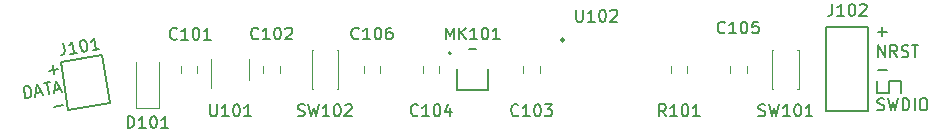
<source format=gto>
G04 #@! TF.GenerationSoftware,KiCad,Pcbnew,(5.0.1)-3*
G04 #@! TF.CreationDate,2020-05-15T20:10:48+09:30*
G04 #@! TF.ProjectId,LED Left Glasses Arm (mcu),4C4544204C65667420476C6173736573,rev?*
G04 #@! TF.SameCoordinates,Original*
G04 #@! TF.FileFunction,Legend,Top*
G04 #@! TF.FilePolarity,Positive*
%FSLAX46Y46*%
G04 Gerber Fmt 4.6, Leading zero omitted, Abs format (unit mm)*
G04 Created by KiCad (PCBNEW (5.0.1)-3) date 15/05/2020 8:10:48 PM*
%MOMM*%
%LPD*%
G01*
G04 APERTURE LIST*
%ADD10C,0.150000*%
%ADD11C,0.120000*%
%ADD12C,0.127000*%
%ADD13C,0.200000*%
%ADD14C,0.250000*%
G04 APERTURE END LIST*
D10*
X84078038Y-95145979D02*
X84830141Y-95024165D01*
X83678038Y-92095979D02*
X84430141Y-91974165D01*
X84114997Y-92411124D02*
X83993182Y-91659020D01*
X81654640Y-94429860D02*
X81494758Y-93442724D01*
X81729791Y-93404657D01*
X81878424Y-93428823D01*
X81987664Y-93507609D01*
X82049897Y-93594009D01*
X82127357Y-93774422D01*
X82150197Y-93915441D01*
X82133644Y-94111080D01*
X82101864Y-94212707D01*
X82023078Y-94321946D01*
X81889672Y-94391793D01*
X81654640Y-94429860D01*
X82549089Y-93995553D02*
X83019154Y-93919419D01*
X82500756Y-94292819D02*
X82669921Y-93252389D01*
X83158847Y-94186232D01*
X83186992Y-93168642D02*
X83751070Y-93077281D01*
X83628912Y-94110098D02*
X83469031Y-93122961D01*
X84147310Y-93736698D02*
X84617375Y-93660564D01*
X84098977Y-94033964D02*
X84268141Y-92993534D01*
X84757068Y-93927376D01*
X155750000Y-93000000D02*
X155750000Y-94000000D01*
X154750000Y-93000000D02*
X155750000Y-93000000D01*
X154750000Y-94000000D02*
X154750000Y-93000000D01*
X153750000Y-94000000D02*
X154750000Y-94000000D01*
X153750000Y-93000000D02*
X153750000Y-94000000D01*
X153787976Y-95404761D02*
X153930833Y-95452380D01*
X154168928Y-95452380D01*
X154264166Y-95404761D01*
X154311785Y-95357142D01*
X154359404Y-95261904D01*
X154359404Y-95166666D01*
X154311785Y-95071428D01*
X154264166Y-95023809D01*
X154168928Y-94976190D01*
X153978452Y-94928571D01*
X153883214Y-94880952D01*
X153835595Y-94833333D01*
X153787976Y-94738095D01*
X153787976Y-94642857D01*
X153835595Y-94547619D01*
X153883214Y-94500000D01*
X153978452Y-94452380D01*
X154216547Y-94452380D01*
X154359404Y-94500000D01*
X154692738Y-94452380D02*
X154930833Y-95452380D01*
X155121309Y-94738095D01*
X155311785Y-95452380D01*
X155549880Y-94452380D01*
X155930833Y-95452380D02*
X155930833Y-94452380D01*
X156168928Y-94452380D01*
X156311785Y-94500000D01*
X156407023Y-94595238D01*
X156454642Y-94690476D01*
X156502261Y-94880952D01*
X156502261Y-95023809D01*
X156454642Y-95214285D01*
X156407023Y-95309523D01*
X156311785Y-95404761D01*
X156168928Y-95452380D01*
X155930833Y-95452380D01*
X156930833Y-95452380D02*
X156930833Y-94452380D01*
X157597500Y-94452380D02*
X157787976Y-94452380D01*
X157883214Y-94500000D01*
X157978452Y-94595238D01*
X158026071Y-94785714D01*
X158026071Y-95119047D01*
X157978452Y-95309523D01*
X157883214Y-95404761D01*
X157787976Y-95452380D01*
X157597500Y-95452380D01*
X157502261Y-95404761D01*
X157407023Y-95309523D01*
X157359404Y-95119047D01*
X157359404Y-94785714D01*
X157407023Y-94595238D01*
X157502261Y-94500000D01*
X157597500Y-94452380D01*
X153835595Y-92071428D02*
X154597500Y-92071428D01*
X153835595Y-90952380D02*
X153835595Y-89952380D01*
X154407023Y-90952380D01*
X154407023Y-89952380D01*
X155454642Y-90952380D02*
X155121309Y-90476190D01*
X154883214Y-90952380D02*
X154883214Y-89952380D01*
X155264166Y-89952380D01*
X155359404Y-90000000D01*
X155407023Y-90047619D01*
X155454642Y-90142857D01*
X155454642Y-90285714D01*
X155407023Y-90380952D01*
X155359404Y-90428571D01*
X155264166Y-90476190D01*
X154883214Y-90476190D01*
X155835595Y-90904761D02*
X155978452Y-90952380D01*
X156216547Y-90952380D01*
X156311785Y-90904761D01*
X156359404Y-90857142D01*
X156407023Y-90761904D01*
X156407023Y-90666666D01*
X156359404Y-90571428D01*
X156311785Y-90523809D01*
X156216547Y-90476190D01*
X156026071Y-90428571D01*
X155930833Y-90380952D01*
X155883214Y-90333333D01*
X155835595Y-90238095D01*
X155835595Y-90142857D01*
X155883214Y-90047619D01*
X155930833Y-90000000D01*
X156026071Y-89952380D01*
X156264166Y-89952380D01*
X156407023Y-90000000D01*
X156692738Y-89952380D02*
X157264166Y-89952380D01*
X156978452Y-90952380D02*
X156978452Y-89952380D01*
X153835595Y-88821428D02*
X154597500Y-88821428D01*
X154216547Y-89202380D02*
X154216547Y-88440476D01*
D11*
G04 #@! TO.C,SW102*
X105880000Y-93620000D02*
X105880000Y-90380000D01*
X105880000Y-90380000D02*
X105980000Y-90380000D01*
X105880000Y-93620000D02*
X105980000Y-93620000D01*
X108120000Y-93620000D02*
X108120000Y-90380000D01*
X108020000Y-90380000D02*
X108120000Y-90380000D01*
X108020000Y-93620000D02*
X108120000Y-93620000D01*
G04 #@! TO.C,C106*
X111710000Y-91738748D02*
X111710000Y-92261252D01*
X110290000Y-91738748D02*
X110290000Y-92261252D01*
G04 #@! TO.C,SW101*
X147120000Y-90380000D02*
X147120000Y-93620000D01*
X147120000Y-93620000D02*
X147020000Y-93620000D01*
X147120000Y-90380000D02*
X147020000Y-90380000D01*
X144880000Y-90380000D02*
X144880000Y-93620000D01*
X144980000Y-93620000D02*
X144880000Y-93620000D01*
X144980000Y-90380000D02*
X144880000Y-90380000D01*
D10*
G04 #@! TO.C,J102*
X153028000Y-88444000D02*
X149472000Y-88444000D01*
X153028000Y-95556000D02*
X153028000Y-88444000D01*
X149472000Y-95556000D02*
X153028000Y-95556000D01*
X149472000Y-88444000D02*
X149472000Y-95556000D01*
D12*
G04 #@! TO.C,MK101*
X119800000Y-90250000D02*
X119200000Y-90250000D01*
X120825000Y-93750000D02*
X120825000Y-91950000D01*
X118175000Y-93750000D02*
X120825000Y-93750000D01*
X118175000Y-91950000D02*
X118175000Y-93750000D01*
D13*
X117700000Y-90623000D02*
G75*
G03X117700000Y-90623000I-100000J0D01*
G01*
D10*
G04 #@! TO.C,J101*
X88146593Y-90807229D02*
X84636834Y-91378830D01*
X88799851Y-94818382D02*
X88146593Y-90807229D01*
X85290092Y-95389983D02*
X88799851Y-94818382D01*
X84636834Y-91378830D02*
X85290092Y-95389983D01*
D14*
G04 #@! TO.C,U102*
X127250000Y-89500000D02*
G75*
G03X127250000Y-89500000I-125000J0D01*
G01*
D11*
G04 #@! TO.C,C105*
X141290000Y-92261252D02*
X141290000Y-91738748D01*
X142710000Y-92261252D02*
X142710000Y-91738748D01*
G04 #@! TO.C,C104*
X115290000Y-91738748D02*
X115290000Y-92261252D01*
X116710000Y-91738748D02*
X116710000Y-92261252D01*
G04 #@! TO.C,C103*
X123790000Y-92261252D02*
X123790000Y-91738748D01*
X125210000Y-92261252D02*
X125210000Y-91738748D01*
G04 #@! TO.C,C102*
X103210000Y-92261252D02*
X103210000Y-91738748D01*
X101790000Y-92261252D02*
X101790000Y-91738748D01*
G04 #@! TO.C,C101*
X96210000Y-91738748D02*
X96210000Y-92261252D01*
X94790000Y-91738748D02*
X94790000Y-92261252D01*
G04 #@! TO.C,D101*
X91000000Y-95250000D02*
X93000000Y-95250000D01*
X93000000Y-95250000D02*
X93000000Y-91350000D01*
X91000000Y-95250000D02*
X91000000Y-91350000D01*
G04 #@! TO.C,U101*
X100610000Y-92900000D02*
X100610000Y-91100000D01*
X97390000Y-91100000D02*
X97390000Y-93550000D01*
G04 #@! TO.C,R101*
X136290000Y-91738748D02*
X136290000Y-92261252D01*
X137710000Y-91738748D02*
X137710000Y-92261252D01*
G04 #@! TO.C,SW102*
D10*
X104714285Y-95904761D02*
X104857142Y-95952380D01*
X105095238Y-95952380D01*
X105190476Y-95904761D01*
X105238095Y-95857142D01*
X105285714Y-95761904D01*
X105285714Y-95666666D01*
X105238095Y-95571428D01*
X105190476Y-95523809D01*
X105095238Y-95476190D01*
X104904761Y-95428571D01*
X104809523Y-95380952D01*
X104761904Y-95333333D01*
X104714285Y-95238095D01*
X104714285Y-95142857D01*
X104761904Y-95047619D01*
X104809523Y-95000000D01*
X104904761Y-94952380D01*
X105142857Y-94952380D01*
X105285714Y-95000000D01*
X105619047Y-94952380D02*
X105857142Y-95952380D01*
X106047619Y-95238095D01*
X106238095Y-95952380D01*
X106476190Y-94952380D01*
X107380952Y-95952380D02*
X106809523Y-95952380D01*
X107095238Y-95952380D02*
X107095238Y-94952380D01*
X107000000Y-95095238D01*
X106904761Y-95190476D01*
X106809523Y-95238095D01*
X108000000Y-94952380D02*
X108095238Y-94952380D01*
X108190476Y-95000000D01*
X108238095Y-95047619D01*
X108285714Y-95142857D01*
X108333333Y-95333333D01*
X108333333Y-95571428D01*
X108285714Y-95761904D01*
X108238095Y-95857142D01*
X108190476Y-95904761D01*
X108095238Y-95952380D01*
X108000000Y-95952380D01*
X107904761Y-95904761D01*
X107857142Y-95857142D01*
X107809523Y-95761904D01*
X107761904Y-95571428D01*
X107761904Y-95333333D01*
X107809523Y-95142857D01*
X107857142Y-95047619D01*
X107904761Y-95000000D01*
X108000000Y-94952380D01*
X108714285Y-95047619D02*
X108761904Y-95000000D01*
X108857142Y-94952380D01*
X109095238Y-94952380D01*
X109190476Y-95000000D01*
X109238095Y-95047619D01*
X109285714Y-95142857D01*
X109285714Y-95238095D01*
X109238095Y-95380952D01*
X108666666Y-95952380D01*
X109285714Y-95952380D01*
G04 #@! TO.C,C106*
X109880952Y-89357142D02*
X109833333Y-89404761D01*
X109690476Y-89452380D01*
X109595238Y-89452380D01*
X109452380Y-89404761D01*
X109357142Y-89309523D01*
X109309523Y-89214285D01*
X109261904Y-89023809D01*
X109261904Y-88880952D01*
X109309523Y-88690476D01*
X109357142Y-88595238D01*
X109452380Y-88500000D01*
X109595238Y-88452380D01*
X109690476Y-88452380D01*
X109833333Y-88500000D01*
X109880952Y-88547619D01*
X110833333Y-89452380D02*
X110261904Y-89452380D01*
X110547619Y-89452380D02*
X110547619Y-88452380D01*
X110452380Y-88595238D01*
X110357142Y-88690476D01*
X110261904Y-88738095D01*
X111452380Y-88452380D02*
X111547619Y-88452380D01*
X111642857Y-88500000D01*
X111690476Y-88547619D01*
X111738095Y-88642857D01*
X111785714Y-88833333D01*
X111785714Y-89071428D01*
X111738095Y-89261904D01*
X111690476Y-89357142D01*
X111642857Y-89404761D01*
X111547619Y-89452380D01*
X111452380Y-89452380D01*
X111357142Y-89404761D01*
X111309523Y-89357142D01*
X111261904Y-89261904D01*
X111214285Y-89071428D01*
X111214285Y-88833333D01*
X111261904Y-88642857D01*
X111309523Y-88547619D01*
X111357142Y-88500000D01*
X111452380Y-88452380D01*
X112642857Y-88452380D02*
X112452380Y-88452380D01*
X112357142Y-88500000D01*
X112309523Y-88547619D01*
X112214285Y-88690476D01*
X112166666Y-88880952D01*
X112166666Y-89261904D01*
X112214285Y-89357142D01*
X112261904Y-89404761D01*
X112357142Y-89452380D01*
X112547619Y-89452380D01*
X112642857Y-89404761D01*
X112690476Y-89357142D01*
X112738095Y-89261904D01*
X112738095Y-89023809D01*
X112690476Y-88928571D01*
X112642857Y-88880952D01*
X112547619Y-88833333D01*
X112357142Y-88833333D01*
X112261904Y-88880952D01*
X112214285Y-88928571D01*
X112166666Y-89023809D01*
G04 #@! TO.C,SW101*
X143714285Y-95904761D02*
X143857142Y-95952380D01*
X144095238Y-95952380D01*
X144190476Y-95904761D01*
X144238095Y-95857142D01*
X144285714Y-95761904D01*
X144285714Y-95666666D01*
X144238095Y-95571428D01*
X144190476Y-95523809D01*
X144095238Y-95476190D01*
X143904761Y-95428571D01*
X143809523Y-95380952D01*
X143761904Y-95333333D01*
X143714285Y-95238095D01*
X143714285Y-95142857D01*
X143761904Y-95047619D01*
X143809523Y-95000000D01*
X143904761Y-94952380D01*
X144142857Y-94952380D01*
X144285714Y-95000000D01*
X144619047Y-94952380D02*
X144857142Y-95952380D01*
X145047619Y-95238095D01*
X145238095Y-95952380D01*
X145476190Y-94952380D01*
X146380952Y-95952380D02*
X145809523Y-95952380D01*
X146095238Y-95952380D02*
X146095238Y-94952380D01*
X146000000Y-95095238D01*
X145904761Y-95190476D01*
X145809523Y-95238095D01*
X147000000Y-94952380D02*
X147095238Y-94952380D01*
X147190476Y-95000000D01*
X147238095Y-95047619D01*
X147285714Y-95142857D01*
X147333333Y-95333333D01*
X147333333Y-95571428D01*
X147285714Y-95761904D01*
X147238095Y-95857142D01*
X147190476Y-95904761D01*
X147095238Y-95952380D01*
X147000000Y-95952380D01*
X146904761Y-95904761D01*
X146857142Y-95857142D01*
X146809523Y-95761904D01*
X146761904Y-95571428D01*
X146761904Y-95333333D01*
X146809523Y-95142857D01*
X146857142Y-95047619D01*
X146904761Y-95000000D01*
X147000000Y-94952380D01*
X148285714Y-95952380D02*
X147714285Y-95952380D01*
X148000000Y-95952380D02*
X148000000Y-94952380D01*
X147904761Y-95095238D01*
X147809523Y-95190476D01*
X147714285Y-95238095D01*
G04 #@! TO.C,J102*
X149964285Y-86452380D02*
X149964285Y-87166666D01*
X149916666Y-87309523D01*
X149821428Y-87404761D01*
X149678571Y-87452380D01*
X149583333Y-87452380D01*
X150964285Y-87452380D02*
X150392857Y-87452380D01*
X150678571Y-87452380D02*
X150678571Y-86452380D01*
X150583333Y-86595238D01*
X150488095Y-86690476D01*
X150392857Y-86738095D01*
X151583333Y-86452380D02*
X151678571Y-86452380D01*
X151773809Y-86500000D01*
X151821428Y-86547619D01*
X151869047Y-86642857D01*
X151916666Y-86833333D01*
X151916666Y-87071428D01*
X151869047Y-87261904D01*
X151821428Y-87357142D01*
X151773809Y-87404761D01*
X151678571Y-87452380D01*
X151583333Y-87452380D01*
X151488095Y-87404761D01*
X151440476Y-87357142D01*
X151392857Y-87261904D01*
X151345238Y-87071428D01*
X151345238Y-86833333D01*
X151392857Y-86642857D01*
X151440476Y-86547619D01*
X151488095Y-86500000D01*
X151583333Y-86452380D01*
X152297619Y-86547619D02*
X152345238Y-86500000D01*
X152440476Y-86452380D01*
X152678571Y-86452380D01*
X152773809Y-86500000D01*
X152821428Y-86547619D01*
X152869047Y-86642857D01*
X152869047Y-86738095D01*
X152821428Y-86880952D01*
X152250000Y-87452380D01*
X152869047Y-87452380D01*
G04 #@! TO.C,MK101*
X117238095Y-89452380D02*
X117238095Y-88452380D01*
X117571428Y-89166666D01*
X117904761Y-88452380D01*
X117904761Y-89452380D01*
X118380952Y-89452380D02*
X118380952Y-88452380D01*
X118952380Y-89452380D02*
X118523809Y-88880952D01*
X118952380Y-88452380D02*
X118380952Y-89023809D01*
X119904761Y-89452380D02*
X119333333Y-89452380D01*
X119619047Y-89452380D02*
X119619047Y-88452380D01*
X119523809Y-88595238D01*
X119428571Y-88690476D01*
X119333333Y-88738095D01*
X120523809Y-88452380D02*
X120619047Y-88452380D01*
X120714285Y-88500000D01*
X120761904Y-88547619D01*
X120809523Y-88642857D01*
X120857142Y-88833333D01*
X120857142Y-89071428D01*
X120809523Y-89261904D01*
X120761904Y-89357142D01*
X120714285Y-89404761D01*
X120619047Y-89452380D01*
X120523809Y-89452380D01*
X120428571Y-89404761D01*
X120380952Y-89357142D01*
X120333333Y-89261904D01*
X120285714Y-89071428D01*
X120285714Y-88833333D01*
X120333333Y-88642857D01*
X120380952Y-88547619D01*
X120428571Y-88500000D01*
X120523809Y-88452380D01*
X121809523Y-89452380D02*
X121238095Y-89452380D01*
X121523809Y-89452380D02*
X121523809Y-88452380D01*
X121428571Y-88595238D01*
X121333333Y-88690476D01*
X121238095Y-88738095D01*
G04 #@! TO.C,J101*
X84871377Y-89756412D02*
X84986194Y-90461409D01*
X84962157Y-90610063D01*
X84883466Y-90719371D01*
X84750121Y-90789334D01*
X84656121Y-90804643D01*
X86019116Y-90582665D02*
X85455118Y-90674518D01*
X85737117Y-90628592D02*
X85576375Y-89641595D01*
X85505338Y-89797904D01*
X85426648Y-89907212D01*
X85340302Y-89969521D01*
X86469372Y-89496162D02*
X86563371Y-89480853D01*
X86665025Y-89512544D01*
X86719680Y-89551889D01*
X86781988Y-89638234D01*
X86859606Y-89818579D01*
X86897878Y-90053579D01*
X86881495Y-90249232D01*
X86849804Y-90350886D01*
X86810459Y-90405541D01*
X86724114Y-90467849D01*
X86630114Y-90483158D01*
X86528460Y-90451467D01*
X86473806Y-90412122D01*
X86411497Y-90325776D01*
X86333880Y-90145431D01*
X86295608Y-89910432D01*
X86311990Y-89714779D01*
X86343681Y-89613125D01*
X86383026Y-89558470D01*
X86469372Y-89496162D01*
X87899109Y-90276489D02*
X87335112Y-90368342D01*
X87617111Y-90322415D02*
X87456368Y-89335419D01*
X87385332Y-89491727D01*
X87306641Y-89601036D01*
X87220295Y-89663344D01*
G04 #@! TO.C,U102*
X128285714Y-86952380D02*
X128285714Y-87761904D01*
X128333333Y-87857142D01*
X128380952Y-87904761D01*
X128476190Y-87952380D01*
X128666666Y-87952380D01*
X128761904Y-87904761D01*
X128809523Y-87857142D01*
X128857142Y-87761904D01*
X128857142Y-86952380D01*
X129857142Y-87952380D02*
X129285714Y-87952380D01*
X129571428Y-87952380D02*
X129571428Y-86952380D01*
X129476190Y-87095238D01*
X129380952Y-87190476D01*
X129285714Y-87238095D01*
X130476190Y-86952380D02*
X130571428Y-86952380D01*
X130666666Y-87000000D01*
X130714285Y-87047619D01*
X130761904Y-87142857D01*
X130809523Y-87333333D01*
X130809523Y-87571428D01*
X130761904Y-87761904D01*
X130714285Y-87857142D01*
X130666666Y-87904761D01*
X130571428Y-87952380D01*
X130476190Y-87952380D01*
X130380952Y-87904761D01*
X130333333Y-87857142D01*
X130285714Y-87761904D01*
X130238095Y-87571428D01*
X130238095Y-87333333D01*
X130285714Y-87142857D01*
X130333333Y-87047619D01*
X130380952Y-87000000D01*
X130476190Y-86952380D01*
X131190476Y-87047619D02*
X131238095Y-87000000D01*
X131333333Y-86952380D01*
X131571428Y-86952380D01*
X131666666Y-87000000D01*
X131714285Y-87047619D01*
X131761904Y-87142857D01*
X131761904Y-87238095D01*
X131714285Y-87380952D01*
X131142857Y-87952380D01*
X131761904Y-87952380D01*
G04 #@! TO.C,C105*
X140880952Y-88857142D02*
X140833333Y-88904761D01*
X140690476Y-88952380D01*
X140595238Y-88952380D01*
X140452380Y-88904761D01*
X140357142Y-88809523D01*
X140309523Y-88714285D01*
X140261904Y-88523809D01*
X140261904Y-88380952D01*
X140309523Y-88190476D01*
X140357142Y-88095238D01*
X140452380Y-88000000D01*
X140595238Y-87952380D01*
X140690476Y-87952380D01*
X140833333Y-88000000D01*
X140880952Y-88047619D01*
X141833333Y-88952380D02*
X141261904Y-88952380D01*
X141547619Y-88952380D02*
X141547619Y-87952380D01*
X141452380Y-88095238D01*
X141357142Y-88190476D01*
X141261904Y-88238095D01*
X142452380Y-87952380D02*
X142547619Y-87952380D01*
X142642857Y-88000000D01*
X142690476Y-88047619D01*
X142738095Y-88142857D01*
X142785714Y-88333333D01*
X142785714Y-88571428D01*
X142738095Y-88761904D01*
X142690476Y-88857142D01*
X142642857Y-88904761D01*
X142547619Y-88952380D01*
X142452380Y-88952380D01*
X142357142Y-88904761D01*
X142309523Y-88857142D01*
X142261904Y-88761904D01*
X142214285Y-88571428D01*
X142214285Y-88333333D01*
X142261904Y-88142857D01*
X142309523Y-88047619D01*
X142357142Y-88000000D01*
X142452380Y-87952380D01*
X143690476Y-87952380D02*
X143214285Y-87952380D01*
X143166666Y-88428571D01*
X143214285Y-88380952D01*
X143309523Y-88333333D01*
X143547619Y-88333333D01*
X143642857Y-88380952D01*
X143690476Y-88428571D01*
X143738095Y-88523809D01*
X143738095Y-88761904D01*
X143690476Y-88857142D01*
X143642857Y-88904761D01*
X143547619Y-88952380D01*
X143309523Y-88952380D01*
X143214285Y-88904761D01*
X143166666Y-88857142D01*
G04 #@! TO.C,C104*
X114880952Y-95857142D02*
X114833333Y-95904761D01*
X114690476Y-95952380D01*
X114595238Y-95952380D01*
X114452380Y-95904761D01*
X114357142Y-95809523D01*
X114309523Y-95714285D01*
X114261904Y-95523809D01*
X114261904Y-95380952D01*
X114309523Y-95190476D01*
X114357142Y-95095238D01*
X114452380Y-95000000D01*
X114595238Y-94952380D01*
X114690476Y-94952380D01*
X114833333Y-95000000D01*
X114880952Y-95047619D01*
X115833333Y-95952380D02*
X115261904Y-95952380D01*
X115547619Y-95952380D02*
X115547619Y-94952380D01*
X115452380Y-95095238D01*
X115357142Y-95190476D01*
X115261904Y-95238095D01*
X116452380Y-94952380D02*
X116547619Y-94952380D01*
X116642857Y-95000000D01*
X116690476Y-95047619D01*
X116738095Y-95142857D01*
X116785714Y-95333333D01*
X116785714Y-95571428D01*
X116738095Y-95761904D01*
X116690476Y-95857142D01*
X116642857Y-95904761D01*
X116547619Y-95952380D01*
X116452380Y-95952380D01*
X116357142Y-95904761D01*
X116309523Y-95857142D01*
X116261904Y-95761904D01*
X116214285Y-95571428D01*
X116214285Y-95333333D01*
X116261904Y-95142857D01*
X116309523Y-95047619D01*
X116357142Y-95000000D01*
X116452380Y-94952380D01*
X117642857Y-95285714D02*
X117642857Y-95952380D01*
X117404761Y-94904761D02*
X117166666Y-95619047D01*
X117785714Y-95619047D01*
G04 #@! TO.C,C103*
X123380952Y-95857142D02*
X123333333Y-95904761D01*
X123190476Y-95952380D01*
X123095238Y-95952380D01*
X122952380Y-95904761D01*
X122857142Y-95809523D01*
X122809523Y-95714285D01*
X122761904Y-95523809D01*
X122761904Y-95380952D01*
X122809523Y-95190476D01*
X122857142Y-95095238D01*
X122952380Y-95000000D01*
X123095238Y-94952380D01*
X123190476Y-94952380D01*
X123333333Y-95000000D01*
X123380952Y-95047619D01*
X124333333Y-95952380D02*
X123761904Y-95952380D01*
X124047619Y-95952380D02*
X124047619Y-94952380D01*
X123952380Y-95095238D01*
X123857142Y-95190476D01*
X123761904Y-95238095D01*
X124952380Y-94952380D02*
X125047619Y-94952380D01*
X125142857Y-95000000D01*
X125190476Y-95047619D01*
X125238095Y-95142857D01*
X125285714Y-95333333D01*
X125285714Y-95571428D01*
X125238095Y-95761904D01*
X125190476Y-95857142D01*
X125142857Y-95904761D01*
X125047619Y-95952380D01*
X124952380Y-95952380D01*
X124857142Y-95904761D01*
X124809523Y-95857142D01*
X124761904Y-95761904D01*
X124714285Y-95571428D01*
X124714285Y-95333333D01*
X124761904Y-95142857D01*
X124809523Y-95047619D01*
X124857142Y-95000000D01*
X124952380Y-94952380D01*
X125619047Y-94952380D02*
X126238095Y-94952380D01*
X125904761Y-95333333D01*
X126047619Y-95333333D01*
X126142857Y-95380952D01*
X126190476Y-95428571D01*
X126238095Y-95523809D01*
X126238095Y-95761904D01*
X126190476Y-95857142D01*
X126142857Y-95904761D01*
X126047619Y-95952380D01*
X125761904Y-95952380D01*
X125666666Y-95904761D01*
X125619047Y-95857142D01*
G04 #@! TO.C,C102*
X101380952Y-89357142D02*
X101333333Y-89404761D01*
X101190476Y-89452380D01*
X101095238Y-89452380D01*
X100952380Y-89404761D01*
X100857142Y-89309523D01*
X100809523Y-89214285D01*
X100761904Y-89023809D01*
X100761904Y-88880952D01*
X100809523Y-88690476D01*
X100857142Y-88595238D01*
X100952380Y-88500000D01*
X101095238Y-88452380D01*
X101190476Y-88452380D01*
X101333333Y-88500000D01*
X101380952Y-88547619D01*
X102333333Y-89452380D02*
X101761904Y-89452380D01*
X102047619Y-89452380D02*
X102047619Y-88452380D01*
X101952380Y-88595238D01*
X101857142Y-88690476D01*
X101761904Y-88738095D01*
X102952380Y-88452380D02*
X103047619Y-88452380D01*
X103142857Y-88500000D01*
X103190476Y-88547619D01*
X103238095Y-88642857D01*
X103285714Y-88833333D01*
X103285714Y-89071428D01*
X103238095Y-89261904D01*
X103190476Y-89357142D01*
X103142857Y-89404761D01*
X103047619Y-89452380D01*
X102952380Y-89452380D01*
X102857142Y-89404761D01*
X102809523Y-89357142D01*
X102761904Y-89261904D01*
X102714285Y-89071428D01*
X102714285Y-88833333D01*
X102761904Y-88642857D01*
X102809523Y-88547619D01*
X102857142Y-88500000D01*
X102952380Y-88452380D01*
X103666666Y-88547619D02*
X103714285Y-88500000D01*
X103809523Y-88452380D01*
X104047619Y-88452380D01*
X104142857Y-88500000D01*
X104190476Y-88547619D01*
X104238095Y-88642857D01*
X104238095Y-88738095D01*
X104190476Y-88880952D01*
X103619047Y-89452380D01*
X104238095Y-89452380D01*
G04 #@! TO.C,C101*
X94480952Y-89385943D02*
X94433333Y-89433562D01*
X94290476Y-89481181D01*
X94195238Y-89481181D01*
X94052380Y-89433562D01*
X93957142Y-89338324D01*
X93909523Y-89243086D01*
X93861904Y-89052610D01*
X93861904Y-88909753D01*
X93909523Y-88719277D01*
X93957142Y-88624039D01*
X94052380Y-88528801D01*
X94195238Y-88481181D01*
X94290476Y-88481181D01*
X94433333Y-88528801D01*
X94480952Y-88576420D01*
X95433333Y-89481181D02*
X94861904Y-89481181D01*
X95147619Y-89481181D02*
X95147619Y-88481181D01*
X95052380Y-88624039D01*
X94957142Y-88719277D01*
X94861904Y-88766896D01*
X96052380Y-88481181D02*
X96147619Y-88481181D01*
X96242857Y-88528801D01*
X96290476Y-88576420D01*
X96338095Y-88671658D01*
X96385714Y-88862134D01*
X96385714Y-89100229D01*
X96338095Y-89290705D01*
X96290476Y-89385943D01*
X96242857Y-89433562D01*
X96147619Y-89481181D01*
X96052380Y-89481181D01*
X95957142Y-89433562D01*
X95909523Y-89385943D01*
X95861904Y-89290705D01*
X95814285Y-89100229D01*
X95814285Y-88862134D01*
X95861904Y-88671658D01*
X95909523Y-88576420D01*
X95957142Y-88528801D01*
X96052380Y-88481181D01*
X97338095Y-89481181D02*
X96766666Y-89481181D01*
X97052380Y-89481181D02*
X97052380Y-88481181D01*
X96957142Y-88624039D01*
X96861904Y-88719277D01*
X96766666Y-88766896D01*
G04 #@! TO.C,D101*
X90309523Y-96952380D02*
X90309523Y-95952380D01*
X90547619Y-95952380D01*
X90690476Y-96000000D01*
X90785714Y-96095238D01*
X90833333Y-96190476D01*
X90880952Y-96380952D01*
X90880952Y-96523809D01*
X90833333Y-96714285D01*
X90785714Y-96809523D01*
X90690476Y-96904761D01*
X90547619Y-96952380D01*
X90309523Y-96952380D01*
X91833333Y-96952380D02*
X91261904Y-96952380D01*
X91547619Y-96952380D02*
X91547619Y-95952380D01*
X91452380Y-96095238D01*
X91357142Y-96190476D01*
X91261904Y-96238095D01*
X92452380Y-95952380D02*
X92547619Y-95952380D01*
X92642857Y-96000000D01*
X92690476Y-96047619D01*
X92738095Y-96142857D01*
X92785714Y-96333333D01*
X92785714Y-96571428D01*
X92738095Y-96761904D01*
X92690476Y-96857142D01*
X92642857Y-96904761D01*
X92547619Y-96952380D01*
X92452380Y-96952380D01*
X92357142Y-96904761D01*
X92309523Y-96857142D01*
X92261904Y-96761904D01*
X92214285Y-96571428D01*
X92214285Y-96333333D01*
X92261904Y-96142857D01*
X92309523Y-96047619D01*
X92357142Y-96000000D01*
X92452380Y-95952380D01*
X93738095Y-96952380D02*
X93166666Y-96952380D01*
X93452380Y-96952380D02*
X93452380Y-95952380D01*
X93357142Y-96095238D01*
X93261904Y-96190476D01*
X93166666Y-96238095D01*
G04 #@! TO.C,U101*
X97285714Y-94952380D02*
X97285714Y-95761904D01*
X97333333Y-95857142D01*
X97380952Y-95904761D01*
X97476190Y-95952380D01*
X97666666Y-95952380D01*
X97761904Y-95904761D01*
X97809523Y-95857142D01*
X97857142Y-95761904D01*
X97857142Y-94952380D01*
X98857142Y-95952380D02*
X98285714Y-95952380D01*
X98571428Y-95952380D02*
X98571428Y-94952380D01*
X98476190Y-95095238D01*
X98380952Y-95190476D01*
X98285714Y-95238095D01*
X99476190Y-94952380D02*
X99571428Y-94952380D01*
X99666666Y-95000000D01*
X99714285Y-95047619D01*
X99761904Y-95142857D01*
X99809523Y-95333333D01*
X99809523Y-95571428D01*
X99761904Y-95761904D01*
X99714285Y-95857142D01*
X99666666Y-95904761D01*
X99571428Y-95952380D01*
X99476190Y-95952380D01*
X99380952Y-95904761D01*
X99333333Y-95857142D01*
X99285714Y-95761904D01*
X99238095Y-95571428D01*
X99238095Y-95333333D01*
X99285714Y-95142857D01*
X99333333Y-95047619D01*
X99380952Y-95000000D01*
X99476190Y-94952380D01*
X100761904Y-95952380D02*
X100190476Y-95952380D01*
X100476190Y-95952380D02*
X100476190Y-94952380D01*
X100380952Y-95095238D01*
X100285714Y-95190476D01*
X100190476Y-95238095D01*
G04 #@! TO.C,R101*
X135880952Y-95952380D02*
X135547619Y-95476190D01*
X135309523Y-95952380D02*
X135309523Y-94952380D01*
X135690476Y-94952380D01*
X135785714Y-95000000D01*
X135833333Y-95047619D01*
X135880952Y-95142857D01*
X135880952Y-95285714D01*
X135833333Y-95380952D01*
X135785714Y-95428571D01*
X135690476Y-95476190D01*
X135309523Y-95476190D01*
X136833333Y-95952380D02*
X136261904Y-95952380D01*
X136547619Y-95952380D02*
X136547619Y-94952380D01*
X136452380Y-95095238D01*
X136357142Y-95190476D01*
X136261904Y-95238095D01*
X137452380Y-94952380D02*
X137547619Y-94952380D01*
X137642857Y-95000000D01*
X137690476Y-95047619D01*
X137738095Y-95142857D01*
X137785714Y-95333333D01*
X137785714Y-95571428D01*
X137738095Y-95761904D01*
X137690476Y-95857142D01*
X137642857Y-95904761D01*
X137547619Y-95952380D01*
X137452380Y-95952380D01*
X137357142Y-95904761D01*
X137309523Y-95857142D01*
X137261904Y-95761904D01*
X137214285Y-95571428D01*
X137214285Y-95333333D01*
X137261904Y-95142857D01*
X137309523Y-95047619D01*
X137357142Y-95000000D01*
X137452380Y-94952380D01*
X138738095Y-95952380D02*
X138166666Y-95952380D01*
X138452380Y-95952380D02*
X138452380Y-94952380D01*
X138357142Y-95095238D01*
X138261904Y-95190476D01*
X138166666Y-95238095D01*
G04 #@! TD*
M02*

</source>
